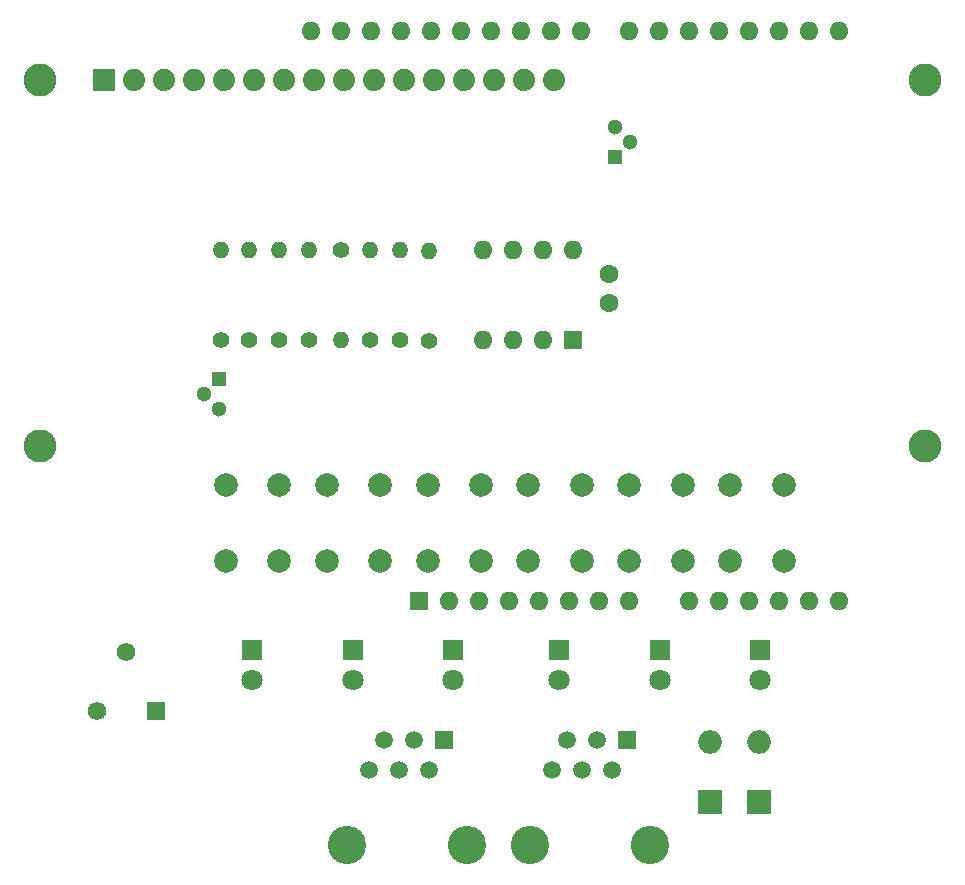
<source format=gbr>
%TF.GenerationSoftware,KiCad,Pcbnew,8.0.8*%
%TF.CreationDate,2025-05-20T23:19:57+02:00*%
%TF.ProjectId,LCD_LOCONET_SHIELD,4c43445f-4c4f-4434-9f4e-45545f534849,rev?*%
%TF.SameCoordinates,Original*%
%TF.FileFunction,Soldermask,Top*%
%TF.FilePolarity,Negative*%
%FSLAX46Y46*%
G04 Gerber Fmt 4.6, Leading zero omitted, Abs format (unit mm)*
G04 Created by KiCad (PCBNEW 8.0.8) date 2025-05-20 23:19:57*
%MOMM*%
%LPD*%
G01*
G04 APERTURE LIST*
%ADD10C,2.000000*%
%ADD11C,2.800000*%
%ADD12R,1.879600X1.879600*%
%ADD13C,1.879600*%
%ADD14R,1.800000X1.800000*%
%ADD15C,1.800000*%
%ADD16R,1.560000X1.560000*%
%ADD17C,1.560000*%
%ADD18C,3.250000*%
%ADD19R,1.520000X1.520000*%
%ADD20C,1.520000*%
%ADD21R,2.000000X2.000000*%
%ADD22O,2.000000X2.000000*%
%ADD23C,1.400000*%
%ADD24O,1.400000X1.400000*%
%ADD25R,1.300000X1.300000*%
%ADD26C,1.300000*%
%ADD27C,1.600000*%
%ADD28R,1.600000X1.600000*%
%ADD29O,1.600000X1.600000*%
G04 APERTURE END LIST*
D10*
%TO.C,SW5*%
X120450000Y-168750000D03*
X120450000Y-162250000D03*
X124950000Y-168750000D03*
X124950000Y-162250000D03*
%TD*%
D11*
%TO.C,U3*%
X70500000Y-128016000D03*
X70500000Y-159016000D03*
X145500000Y-128016000D03*
X145500000Y-159016000D03*
D12*
X76000000Y-128016000D03*
D13*
X78540000Y-128016000D03*
X81080000Y-128016000D03*
X83620000Y-128016000D03*
X86160000Y-128016000D03*
X88700000Y-128016000D03*
X91240000Y-128016000D03*
X93780000Y-128016000D03*
X96320000Y-128016000D03*
X98860000Y-128016000D03*
X101400000Y-128016000D03*
X103940000Y-128016000D03*
X106480000Y-128016000D03*
X109020000Y-128016000D03*
X111560000Y-128016000D03*
X114100000Y-128016000D03*
%TD*%
D14*
%TO.C,D3*%
X88500000Y-176225000D03*
D15*
X88500000Y-178765000D03*
%TD*%
D14*
%TO.C,D4*%
X97000000Y-176225000D03*
D15*
X97000000Y-178765000D03*
%TD*%
D16*
%TO.C,RV1*%
X80351000Y-181403000D03*
D17*
X77851000Y-176403000D03*
X75351000Y-181403000D03*
%TD*%
D14*
%TO.C,D8*%
X131500000Y-176225000D03*
D15*
X131500000Y-178765000D03*
%TD*%
D14*
%TO.C,D5*%
X105500000Y-176225000D03*
D15*
X105500000Y-178765000D03*
%TD*%
D14*
%TO.C,D7*%
X123000000Y-176225000D03*
D15*
X123000000Y-178765000D03*
%TD*%
D10*
%TO.C,SW3*%
X103350000Y-168750000D03*
X103350000Y-162250000D03*
X107850000Y-168750000D03*
X107850000Y-162250000D03*
%TD*%
%TO.C,SW6*%
X129000000Y-168750000D03*
X129000000Y-162250000D03*
X133500000Y-168750000D03*
X133500000Y-162250000D03*
%TD*%
%TO.C,SW2*%
X94800000Y-168750000D03*
X94800000Y-162250000D03*
X99300000Y-168750000D03*
X99300000Y-162250000D03*
%TD*%
D14*
%TO.C,D6*%
X114500000Y-176225000D03*
D15*
X114500000Y-178765000D03*
%TD*%
D10*
%TO.C,SW4*%
X111900000Y-168750000D03*
X111900000Y-162250000D03*
X116400000Y-168750000D03*
X116400000Y-162250000D03*
%TD*%
%TO.C,SW1*%
X86250000Y-168750000D03*
X86250000Y-162250000D03*
X90750000Y-168750000D03*
X90750000Y-162250000D03*
%TD*%
D18*
%TO.C,J1*%
X122160000Y-192748000D03*
X112000000Y-192748000D03*
D19*
X120250000Y-183858000D03*
D20*
X118980000Y-186398000D03*
X117710000Y-183858000D03*
X116440000Y-186398000D03*
X115170000Y-183858000D03*
X113900000Y-186398000D03*
%TD*%
D21*
%TO.C,D1*%
X131445000Y-189103000D03*
D22*
X131445000Y-184023000D03*
%TD*%
D23*
%TO.C,R6*%
X98500000Y-150000000D03*
D24*
X98500000Y-142380000D03*
%TD*%
D25*
%TO.C,Q2*%
X119253000Y-134493000D03*
D26*
X120523000Y-133223000D03*
X119253000Y-131953000D03*
%TD*%
D23*
%TO.C,R2*%
X93350000Y-150000000D03*
D24*
X93350000Y-142380000D03*
%TD*%
D25*
%TO.C,Q1*%
X85725000Y-153289000D03*
D26*
X84455000Y-154559000D03*
X85725000Y-155829000D03*
%TD*%
D27*
%TO.C,C1*%
X118707000Y-144394000D03*
X118707000Y-146894000D03*
%TD*%
D23*
%TO.C,R7*%
X103505000Y-150114000D03*
D24*
X103505000Y-142494000D03*
%TD*%
D28*
%TO.C,U1*%
X115687000Y-149977000D03*
D29*
X113147000Y-149977000D03*
X110607000Y-149977000D03*
X108067000Y-149977000D03*
X108067000Y-142357000D03*
X110607000Y-142357000D03*
X113147000Y-142357000D03*
X115687000Y-142357000D03*
%TD*%
D23*
%TO.C,R3*%
X90805000Y-149987000D03*
D24*
X90805000Y-142367000D03*
%TD*%
D23*
%TO.C,R5*%
X85852000Y-149987000D03*
D24*
X85852000Y-142367000D03*
%TD*%
D21*
%TO.C,D2*%
X127295000Y-189103000D03*
D22*
X127295000Y-184023000D03*
%TD*%
D28*
%TO.C,A1*%
X102616000Y-172085000D03*
D29*
X105156000Y-172085000D03*
X107696000Y-172085000D03*
X110236000Y-172085000D03*
X112776000Y-172085000D03*
X115316000Y-172085000D03*
X117856000Y-172085000D03*
X120396000Y-172085000D03*
X125476000Y-172085000D03*
X128016000Y-172085000D03*
X130556000Y-172085000D03*
X133096000Y-172085000D03*
X135636000Y-172085000D03*
X138176000Y-172085000D03*
X138176000Y-123825000D03*
X135636000Y-123825000D03*
X133096000Y-123825000D03*
X130556000Y-123825000D03*
X128016000Y-123825000D03*
X125476000Y-123825000D03*
X122936000Y-123825000D03*
X120396000Y-123825000D03*
X116336000Y-123825000D03*
X113796000Y-123825000D03*
X111256000Y-123825000D03*
X108716000Y-123825000D03*
X106176000Y-123825000D03*
X103636000Y-123825000D03*
X101096000Y-123825000D03*
X98556000Y-123825000D03*
X96016000Y-123825000D03*
X93476000Y-123825000D03*
%TD*%
D23*
%TO.C,R8*%
X100990000Y-149987000D03*
D24*
X100990000Y-142367000D03*
%TD*%
D18*
%TO.C,J2*%
X106690000Y-192748000D03*
X96530000Y-192748000D03*
D19*
X104780000Y-183858000D03*
D20*
X103510000Y-186398000D03*
X102240000Y-183858000D03*
X100970000Y-186398000D03*
X99700000Y-183858000D03*
X98430000Y-186398000D03*
%TD*%
D23*
%TO.C,R4*%
X88265000Y-149987000D03*
D24*
X88265000Y-142367000D03*
%TD*%
D23*
%TO.C,R1*%
X96000000Y-142380000D03*
D24*
X96000000Y-150000000D03*
%TD*%
M02*

</source>
